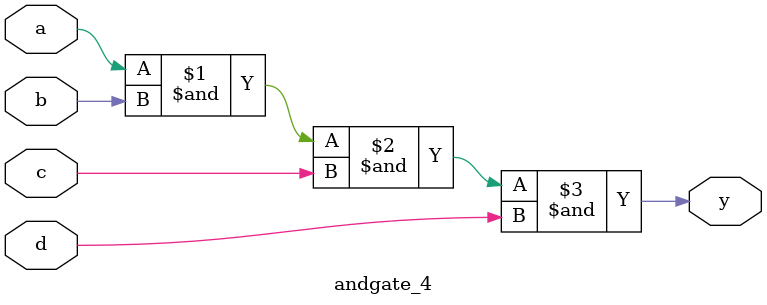
<source format=v>
`timescale 1ns / 1ps
module andgate_4(a,b,c,d,y);
input a,b,c,d;
output y;
assign y = a&b&c&d;
endmodule

</source>
